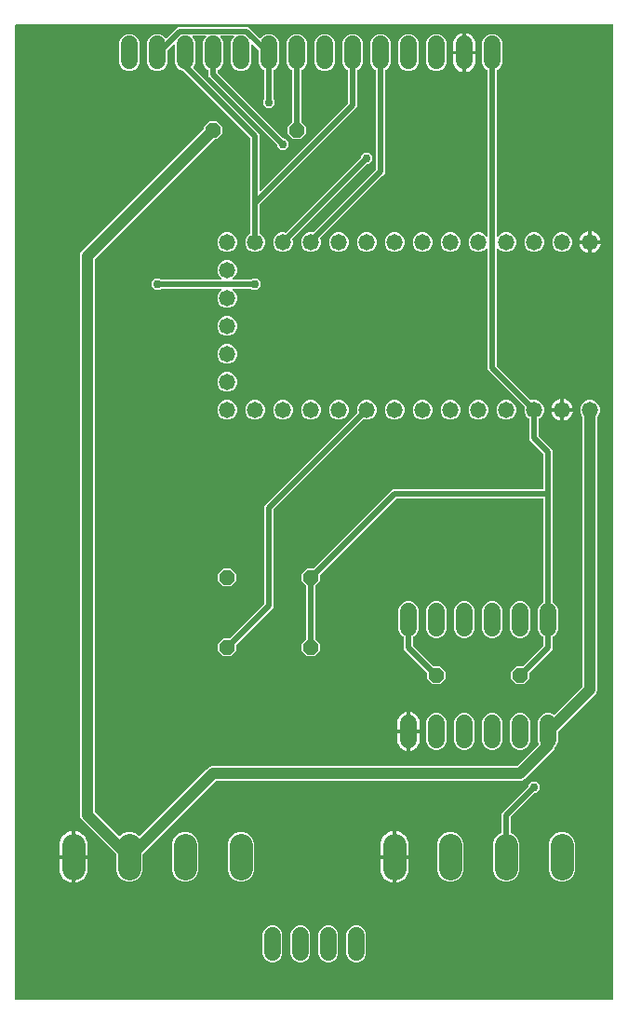
<source format=gbr>
G04 EAGLE Gerber RS-274X export*
G75*
%MOMM*%
%FSLAX34Y34*%
%LPD*%
%INBottom Copper*%
%IPPOS*%
%AMOC8*
5,1,8,0,0,1.08239X$1,22.5*%
G01*
%ADD10C,1.524000*%
%ADD11P,1.429621X8X22.500000*%
%ADD12P,1.429621X8X202.500000*%
%ADD13C,2.095500*%
%ADD14C,1.473200*%
%ADD15C,0.508000*%
%ADD16C,0.756400*%
%ADD17C,1.016000*%

G36*
X553994Y10164D02*
X553994Y10164D01*
X554013Y10162D01*
X554115Y10184D01*
X554217Y10200D01*
X554234Y10210D01*
X554254Y10214D01*
X554343Y10267D01*
X554434Y10316D01*
X554448Y10330D01*
X554465Y10340D01*
X554532Y10419D01*
X554604Y10494D01*
X554612Y10512D01*
X554625Y10527D01*
X554664Y10623D01*
X554707Y10717D01*
X554709Y10737D01*
X554717Y10755D01*
X554735Y10922D01*
X554735Y895350D01*
X554732Y895370D01*
X554734Y895389D01*
X554712Y895491D01*
X554696Y895593D01*
X554686Y895610D01*
X554682Y895630D01*
X554629Y895719D01*
X554580Y895810D01*
X554566Y895824D01*
X554556Y895841D01*
X554477Y895908D01*
X554402Y895980D01*
X554384Y895988D01*
X554369Y896001D01*
X554273Y896040D01*
X554179Y896083D01*
X554159Y896085D01*
X554141Y896093D01*
X553974Y896111D01*
X10922Y896111D01*
X10902Y896108D01*
X10883Y896110D01*
X10781Y896088D01*
X10679Y896072D01*
X10662Y896062D01*
X10642Y896058D01*
X10553Y896005D01*
X10462Y895956D01*
X10448Y895942D01*
X10431Y895932D01*
X10364Y895853D01*
X10292Y895778D01*
X10284Y895760D01*
X10271Y895745D01*
X10232Y895649D01*
X10189Y895555D01*
X10187Y895535D01*
X10179Y895517D01*
X10161Y895350D01*
X10161Y10922D01*
X10164Y10902D01*
X10162Y10883D01*
X10184Y10781D01*
X10200Y10679D01*
X10210Y10662D01*
X10214Y10642D01*
X10267Y10553D01*
X10316Y10462D01*
X10330Y10448D01*
X10340Y10431D01*
X10419Y10364D01*
X10494Y10292D01*
X10512Y10284D01*
X10527Y10271D01*
X10623Y10232D01*
X10717Y10189D01*
X10737Y10187D01*
X10755Y10179D01*
X10922Y10161D01*
X553974Y10161D01*
X553994Y10164D01*
G37*
%LPC*%
G36*
X111913Y117220D02*
X111913Y117220D01*
X107501Y119048D01*
X104125Y122424D01*
X102298Y126835D01*
X102298Y142046D01*
X102283Y142136D01*
X102276Y142227D01*
X102263Y142257D01*
X102258Y142289D01*
X102215Y142370D01*
X102180Y142454D01*
X102154Y142486D01*
X102143Y142507D01*
X102120Y142529D01*
X102075Y142585D01*
X70601Y174059D01*
X69595Y176486D01*
X69595Y687114D01*
X70601Y689541D01*
X182148Y801089D01*
X182201Y801163D01*
X182261Y801232D01*
X182273Y801262D01*
X182292Y801289D01*
X182319Y801376D01*
X182353Y801460D01*
X182357Y801501D01*
X182364Y801524D01*
X182363Y801556D01*
X182371Y801627D01*
X182371Y803467D01*
X187133Y808229D01*
X193867Y808229D01*
X198629Y803467D01*
X198629Y796733D01*
X193867Y791971D01*
X192027Y791971D01*
X191937Y791957D01*
X191846Y791949D01*
X191816Y791937D01*
X191784Y791932D01*
X191704Y791889D01*
X191620Y791853D01*
X191588Y791827D01*
X191567Y791816D01*
X191561Y791810D01*
X191560Y791810D01*
X191543Y791792D01*
X191489Y791748D01*
X83028Y683287D01*
X82975Y683213D01*
X82915Y683144D01*
X82903Y683114D01*
X82884Y683087D01*
X82857Y683000D01*
X82823Y682916D01*
X82819Y682875D01*
X82812Y682852D01*
X82813Y682820D01*
X82805Y682749D01*
X82805Y180851D01*
X82819Y180761D01*
X82827Y180670D01*
X82839Y180640D01*
X82844Y180608D01*
X82887Y180528D01*
X82923Y180444D01*
X82949Y180412D01*
X82960Y180391D01*
X82983Y180369D01*
X83028Y180313D01*
X104706Y158634D01*
X104723Y158623D01*
X104735Y158607D01*
X104822Y158551D01*
X104906Y158491D01*
X104925Y158485D01*
X104942Y158474D01*
X105042Y158449D01*
X105141Y158418D01*
X105161Y158419D01*
X105180Y158414D01*
X105283Y158422D01*
X105387Y158425D01*
X105406Y158431D01*
X105426Y158433D01*
X105521Y158473D01*
X105618Y158509D01*
X105634Y158522D01*
X105652Y158529D01*
X105783Y158634D01*
X107501Y160352D01*
X111913Y162180D01*
X116687Y162180D01*
X121099Y160352D01*
X122817Y158634D01*
X122833Y158623D01*
X122846Y158607D01*
X122933Y158551D01*
X123017Y158491D01*
X123036Y158485D01*
X123053Y158474D01*
X123153Y158449D01*
X123252Y158418D01*
X123272Y158419D01*
X123291Y158414D01*
X123394Y158422D01*
X123498Y158425D01*
X123517Y158431D01*
X123536Y158433D01*
X123631Y158473D01*
X123729Y158509D01*
X123744Y158522D01*
X123763Y158529D01*
X123894Y158634D01*
X184794Y219534D01*
X186759Y221499D01*
X189186Y222505D01*
X466849Y222505D01*
X466939Y222519D01*
X467030Y222527D01*
X467060Y222539D01*
X467092Y222544D01*
X467172Y222587D01*
X467256Y222623D01*
X467288Y222649D01*
X467309Y222660D01*
X467331Y222683D01*
X467387Y222728D01*
X486693Y242034D01*
X486761Y242128D01*
X486831Y242223D01*
X486833Y242229D01*
X486837Y242234D01*
X486871Y242344D01*
X486908Y242456D01*
X486907Y242463D01*
X486909Y242469D01*
X486906Y242585D01*
X486905Y242702D01*
X486903Y242710D01*
X486903Y242715D01*
X486897Y242732D01*
X486858Y242863D01*
X486155Y244561D01*
X486155Y263439D01*
X487547Y266800D01*
X490120Y269373D01*
X493481Y270765D01*
X497119Y270765D01*
X500613Y269318D01*
X500726Y269291D01*
X500840Y269262D01*
X500846Y269263D01*
X500852Y269261D01*
X500969Y269272D01*
X501085Y269282D01*
X501091Y269284D01*
X501097Y269285D01*
X501204Y269332D01*
X501311Y269378D01*
X501317Y269383D01*
X501322Y269385D01*
X501335Y269397D01*
X501442Y269483D01*
X526572Y294613D01*
X526625Y294687D01*
X526685Y294756D01*
X526697Y294786D01*
X526716Y294813D01*
X526743Y294900D01*
X526777Y294984D01*
X526781Y295025D01*
X526788Y295048D01*
X526787Y295080D01*
X526795Y295151D01*
X526795Y539816D01*
X526781Y539906D01*
X526773Y539997D01*
X526761Y540027D01*
X526756Y540059D01*
X526713Y540139D01*
X526677Y540223D01*
X526651Y540255D01*
X526640Y540276D01*
X526617Y540298D01*
X526572Y540354D01*
X525863Y541064D01*
X524509Y544332D01*
X524509Y547868D01*
X525863Y551136D01*
X528364Y553637D01*
X531632Y554991D01*
X535168Y554991D01*
X538436Y553637D01*
X540937Y551136D01*
X542291Y547868D01*
X542291Y544332D01*
X540937Y541064D01*
X540228Y540354D01*
X540175Y540280D01*
X540115Y540211D01*
X540103Y540181D01*
X540084Y540155D01*
X540057Y540068D01*
X540023Y539983D01*
X540019Y539942D01*
X540012Y539919D01*
X540013Y539887D01*
X540005Y539816D01*
X540005Y290786D01*
X538999Y288359D01*
X504668Y254027D01*
X504615Y253953D01*
X504555Y253884D01*
X504543Y253854D01*
X504524Y253827D01*
X504497Y253740D01*
X504463Y253656D01*
X504459Y253615D01*
X504452Y253592D01*
X504453Y253560D01*
X504445Y253489D01*
X504445Y244561D01*
X503053Y241200D01*
X502058Y240206D01*
X502020Y240153D01*
X501974Y240106D01*
X501934Y240033D01*
X501915Y240006D01*
X501909Y239988D01*
X501893Y239959D01*
X500899Y237559D01*
X473641Y210301D01*
X471214Y209295D01*
X193551Y209295D01*
X193461Y209281D01*
X193370Y209273D01*
X193340Y209261D01*
X193308Y209256D01*
X193228Y209213D01*
X193144Y209177D01*
X193112Y209151D01*
X193091Y209140D01*
X193069Y209117D01*
X193013Y209072D01*
X126525Y142585D01*
X126472Y142511D01*
X126413Y142441D01*
X126400Y142411D01*
X126382Y142385D01*
X126355Y142298D01*
X126321Y142213D01*
X126316Y142172D01*
X126309Y142150D01*
X126310Y142118D01*
X126302Y142046D01*
X126302Y126835D01*
X124475Y122424D01*
X121099Y119048D01*
X116687Y117220D01*
X111913Y117220D01*
G37*
%LPD*%
%LPC*%
G36*
X466533Y296671D02*
X466533Y296671D01*
X461771Y301433D01*
X461771Y308167D01*
X466533Y312929D01*
X471965Y312929D01*
X472055Y312943D01*
X472146Y312951D01*
X472176Y312963D01*
X472208Y312968D01*
X472288Y313011D01*
X472372Y313047D01*
X472404Y313073D01*
X472425Y313084D01*
X472447Y313107D01*
X472503Y313152D01*
X491012Y331661D01*
X491059Y331725D01*
X491074Y331741D01*
X491077Y331749D01*
X491125Y331804D01*
X491137Y331834D01*
X491156Y331860D01*
X491183Y331947D01*
X491217Y332032D01*
X491221Y332073D01*
X491228Y332096D01*
X491227Y332128D01*
X491235Y332199D01*
X491235Y339257D01*
X491216Y339372D01*
X491199Y339488D01*
X491197Y339493D01*
X491196Y339500D01*
X491141Y339602D01*
X491088Y339707D01*
X491083Y339711D01*
X491080Y339717D01*
X490996Y339797D01*
X490912Y339879D01*
X490906Y339883D01*
X490902Y339886D01*
X490885Y339894D01*
X490765Y339960D01*
X490120Y340227D01*
X487547Y342800D01*
X486155Y346161D01*
X486155Y365039D01*
X487547Y368400D01*
X490120Y370973D01*
X490765Y371240D01*
X490865Y371301D01*
X490965Y371361D01*
X490969Y371366D01*
X490974Y371369D01*
X491049Y371460D01*
X491125Y371548D01*
X491127Y371554D01*
X491131Y371559D01*
X491173Y371667D01*
X491217Y371776D01*
X491218Y371784D01*
X491219Y371789D01*
X491220Y371807D01*
X491235Y371943D01*
X491235Y465074D01*
X491232Y465094D01*
X491234Y465113D01*
X491212Y465215D01*
X491196Y465317D01*
X491186Y465334D01*
X491182Y465354D01*
X491129Y465443D01*
X491080Y465534D01*
X491066Y465548D01*
X491056Y465565D01*
X490977Y465632D01*
X490902Y465704D01*
X490884Y465712D01*
X490869Y465725D01*
X490773Y465764D01*
X490679Y465807D01*
X490659Y465809D01*
X490641Y465817D01*
X490474Y465835D01*
X357599Y465835D01*
X357509Y465821D01*
X357418Y465813D01*
X357388Y465801D01*
X357356Y465796D01*
X357276Y465753D01*
X357192Y465717D01*
X357160Y465691D01*
X357139Y465680D01*
X357117Y465657D01*
X357061Y465612D01*
X287752Y396303D01*
X287699Y396229D01*
X287639Y396160D01*
X287627Y396130D01*
X287608Y396104D01*
X287581Y396017D01*
X287547Y395932D01*
X287543Y395891D01*
X287536Y395869D01*
X287537Y395836D01*
X287529Y395765D01*
X287529Y390333D01*
X283688Y386492D01*
X283635Y386418D01*
X283575Y386349D01*
X283563Y386318D01*
X283544Y386292D01*
X283517Y386205D01*
X283483Y386120D01*
X283479Y386079D01*
X283472Y386057D01*
X283473Y386025D01*
X283465Y385954D01*
X283465Y337946D01*
X283479Y337856D01*
X283487Y337765D01*
X283499Y337736D01*
X283504Y337704D01*
X283547Y337623D01*
X283583Y337539D01*
X283609Y337507D01*
X283620Y337486D01*
X283643Y337464D01*
X283688Y337408D01*
X287529Y333567D01*
X287529Y326833D01*
X282767Y322071D01*
X276033Y322071D01*
X271271Y326833D01*
X271271Y333567D01*
X275112Y337408D01*
X275165Y337482D01*
X275225Y337551D01*
X275237Y337582D01*
X275256Y337608D01*
X275283Y337695D01*
X275317Y337780D01*
X275321Y337821D01*
X275328Y337843D01*
X275327Y337875D01*
X275335Y337946D01*
X275335Y385954D01*
X275321Y386044D01*
X275313Y386135D01*
X275301Y386164D01*
X275296Y386196D01*
X275253Y386277D01*
X275217Y386361D01*
X275191Y386393D01*
X275180Y386414D01*
X275157Y386436D01*
X275112Y386492D01*
X271271Y390333D01*
X271271Y397067D01*
X276033Y401829D01*
X281465Y401829D01*
X281555Y401843D01*
X281646Y401851D01*
X281676Y401863D01*
X281708Y401868D01*
X281788Y401911D01*
X281872Y401947D01*
X281904Y401973D01*
X281925Y401984D01*
X281947Y402007D01*
X282003Y402052D01*
X351312Y471361D01*
X353916Y473965D01*
X490474Y473965D01*
X490494Y473968D01*
X490513Y473966D01*
X490615Y473988D01*
X490717Y474004D01*
X490734Y474014D01*
X490754Y474018D01*
X490843Y474071D01*
X490934Y474120D01*
X490948Y474134D01*
X490965Y474144D01*
X491032Y474223D01*
X491104Y474298D01*
X491112Y474316D01*
X491125Y474331D01*
X491164Y474427D01*
X491207Y474521D01*
X491209Y474541D01*
X491217Y474559D01*
X491235Y474726D01*
X491235Y506001D01*
X491221Y506091D01*
X491213Y506182D01*
X491201Y506212D01*
X491196Y506244D01*
X491153Y506324D01*
X491117Y506408D01*
X491091Y506440D01*
X491080Y506461D01*
X491057Y506483D01*
X491012Y506539D01*
X478535Y519016D01*
X478535Y537652D01*
X478516Y537767D01*
X478499Y537883D01*
X478497Y537888D01*
X478496Y537895D01*
X478441Y537997D01*
X478388Y538102D01*
X478383Y538106D01*
X478380Y538112D01*
X478296Y538192D01*
X478212Y538274D01*
X478206Y538278D01*
X478202Y538281D01*
X478185Y538289D01*
X478065Y538355D01*
X477564Y538563D01*
X475063Y541064D01*
X473709Y544332D01*
X473709Y547868D01*
X473917Y548370D01*
X473944Y548484D01*
X473972Y548597D01*
X473972Y548603D01*
X473973Y548609D01*
X473962Y548725D01*
X473953Y548842D01*
X473951Y548848D01*
X473950Y548854D01*
X473902Y548962D01*
X473857Y549069D01*
X473852Y549074D01*
X473850Y549079D01*
X473837Y549093D01*
X473752Y549200D01*
X440435Y582516D01*
X440435Y692724D01*
X440424Y692795D01*
X440422Y692867D01*
X440404Y692915D01*
X440396Y692967D01*
X440362Y693030D01*
X440337Y693098D01*
X440305Y693138D01*
X440280Y693184D01*
X440228Y693234D01*
X440184Y693290D01*
X440140Y693318D01*
X440102Y693354D01*
X440037Y693384D01*
X439977Y693423D01*
X439926Y693435D01*
X439879Y693457D01*
X439808Y693465D01*
X439738Y693483D01*
X439686Y693479D01*
X439635Y693484D01*
X439564Y693469D01*
X439493Y693463D01*
X439445Y693443D01*
X439394Y693432D01*
X439333Y693395D01*
X439267Y693367D01*
X439211Y693322D01*
X439183Y693306D01*
X439168Y693288D01*
X439136Y693262D01*
X436836Y690963D01*
X433568Y689609D01*
X430032Y689609D01*
X426764Y690963D01*
X424263Y693464D01*
X422909Y696732D01*
X422909Y700268D01*
X424263Y703536D01*
X426764Y706037D01*
X430032Y707391D01*
X433568Y707391D01*
X436836Y706037D01*
X439136Y703738D01*
X439194Y703696D01*
X439246Y703646D01*
X439293Y703624D01*
X439335Y703594D01*
X439404Y703573D01*
X439469Y703543D01*
X439521Y703537D01*
X439571Y703522D01*
X439642Y703524D01*
X439713Y703516D01*
X439764Y703527D01*
X439816Y703528D01*
X439884Y703553D01*
X439954Y703568D01*
X439999Y703595D01*
X440047Y703613D01*
X440103Y703657D01*
X440165Y703694D01*
X440199Y703734D01*
X440239Y703766D01*
X440278Y703827D01*
X440325Y703881D01*
X440344Y703929D01*
X440372Y703973D01*
X440390Y704043D01*
X440417Y704109D01*
X440425Y704181D01*
X440433Y704212D01*
X440431Y704235D01*
X440435Y704276D01*
X440435Y854369D01*
X440416Y854484D01*
X440399Y854600D01*
X440397Y854605D01*
X440396Y854612D01*
X440341Y854714D01*
X440288Y854819D01*
X440283Y854823D01*
X440280Y854829D01*
X440196Y854909D01*
X440112Y854991D01*
X440106Y854995D01*
X440102Y854998D01*
X440085Y855006D01*
X439965Y855072D01*
X439320Y855339D01*
X436747Y857912D01*
X435355Y861273D01*
X435355Y880151D01*
X436747Y883512D01*
X439320Y886085D01*
X442681Y887477D01*
X446319Y887477D01*
X449680Y886085D01*
X452253Y883512D01*
X453645Y880151D01*
X453645Y861273D01*
X452253Y857912D01*
X449680Y855339D01*
X449035Y855072D01*
X448935Y855011D01*
X448835Y854951D01*
X448831Y854946D01*
X448826Y854943D01*
X448751Y854852D01*
X448675Y854764D01*
X448673Y854758D01*
X448669Y854753D01*
X448627Y854645D01*
X448583Y854536D01*
X448582Y854528D01*
X448581Y854523D01*
X448580Y854505D01*
X448565Y854369D01*
X448565Y704276D01*
X448576Y704205D01*
X448578Y704133D01*
X448596Y704085D01*
X448604Y704033D01*
X448638Y703970D01*
X448663Y703902D01*
X448695Y703862D01*
X448720Y703816D01*
X448772Y703766D01*
X448816Y703710D01*
X448860Y703682D01*
X448898Y703646D01*
X448963Y703616D01*
X449023Y703577D01*
X449074Y703565D01*
X449121Y703543D01*
X449192Y703535D01*
X449262Y703517D01*
X449314Y703521D01*
X449365Y703516D01*
X449436Y703531D01*
X449507Y703537D01*
X449555Y703557D01*
X449606Y703568D01*
X449667Y703605D01*
X449733Y703633D01*
X449789Y703678D01*
X449817Y703694D01*
X449832Y703712D01*
X449864Y703738D01*
X452164Y706037D01*
X455432Y707391D01*
X458968Y707391D01*
X462236Y706037D01*
X464737Y703536D01*
X466091Y700268D01*
X466091Y696732D01*
X464737Y693464D01*
X462236Y690963D01*
X458968Y689609D01*
X455432Y689609D01*
X452164Y690963D01*
X449864Y693262D01*
X449806Y693304D01*
X449754Y693354D01*
X449707Y693376D01*
X449665Y693406D01*
X449596Y693427D01*
X449531Y693457D01*
X449479Y693463D01*
X449429Y693478D01*
X449358Y693476D01*
X449287Y693484D01*
X449236Y693473D01*
X449184Y693472D01*
X449116Y693447D01*
X449046Y693432D01*
X449001Y693405D01*
X448953Y693387D01*
X448897Y693343D01*
X448835Y693306D01*
X448801Y693266D01*
X448761Y693234D01*
X448722Y693173D01*
X448675Y693119D01*
X448656Y693071D01*
X448628Y693027D01*
X448610Y692957D01*
X448583Y692891D01*
X448575Y692819D01*
X448567Y692788D01*
X448569Y692765D01*
X448565Y692724D01*
X448565Y586199D01*
X448579Y586109D01*
X448587Y586018D01*
X448599Y585988D01*
X448604Y585956D01*
X448647Y585876D01*
X448683Y585792D01*
X448709Y585760D01*
X448720Y585739D01*
X448743Y585717D01*
X448788Y585661D01*
X479500Y554948D01*
X479595Y554880D01*
X479689Y554810D01*
X479695Y554808D01*
X479700Y554804D01*
X479811Y554770D01*
X479923Y554734D01*
X479929Y554734D01*
X479935Y554732D01*
X480052Y554735D01*
X480169Y554736D01*
X480176Y554738D01*
X480181Y554738D01*
X480199Y554745D01*
X480330Y554783D01*
X480832Y554991D01*
X484368Y554991D01*
X487636Y553637D01*
X490137Y551136D01*
X491491Y547868D01*
X491491Y544332D01*
X490137Y541064D01*
X487636Y538563D01*
X487135Y538355D01*
X487035Y538294D01*
X486935Y538234D01*
X486931Y538229D01*
X486926Y538225D01*
X486851Y538135D01*
X486775Y538047D01*
X486773Y538041D01*
X486769Y538036D01*
X486727Y537928D01*
X486683Y537818D01*
X486682Y537811D01*
X486681Y537806D01*
X486680Y537788D01*
X486665Y537652D01*
X486665Y522699D01*
X486679Y522609D01*
X486687Y522518D01*
X486699Y522488D01*
X486704Y522456D01*
X486747Y522376D01*
X486783Y522292D01*
X486809Y522260D01*
X486820Y522239D01*
X486843Y522217D01*
X486888Y522161D01*
X496761Y512288D01*
X499365Y509684D01*
X499365Y371943D01*
X499384Y371828D01*
X499401Y371712D01*
X499403Y371707D01*
X499404Y371700D01*
X499459Y371598D01*
X499512Y371493D01*
X499517Y371489D01*
X499520Y371483D01*
X499604Y371403D01*
X499688Y371321D01*
X499694Y371317D01*
X499698Y371314D01*
X499715Y371306D01*
X499835Y371240D01*
X500480Y370973D01*
X503053Y368400D01*
X504445Y365039D01*
X504445Y346161D01*
X503053Y342800D01*
X500480Y340227D01*
X499835Y339960D01*
X499735Y339899D01*
X499635Y339839D01*
X499631Y339834D01*
X499626Y339831D01*
X499551Y339740D01*
X499475Y339652D01*
X499473Y339646D01*
X499469Y339641D01*
X499427Y339533D01*
X499383Y339424D01*
X499382Y339416D01*
X499381Y339411D01*
X499380Y339393D01*
X499365Y339257D01*
X499365Y328516D01*
X478252Y307403D01*
X478199Y307329D01*
X478139Y307260D01*
X478127Y307230D01*
X478108Y307204D01*
X478081Y307117D01*
X478047Y307032D01*
X478043Y306991D01*
X478036Y306969D01*
X478037Y306936D01*
X478029Y306865D01*
X478029Y301433D01*
X473267Y296671D01*
X466533Y296671D01*
G37*
%LPD*%
%LPC*%
G36*
X226832Y689609D02*
X226832Y689609D01*
X223564Y690963D01*
X221063Y693464D01*
X219709Y696732D01*
X219709Y700268D01*
X221063Y703536D01*
X223564Y706037D01*
X224065Y706245D01*
X224165Y706306D01*
X224265Y706366D01*
X224269Y706371D01*
X224274Y706375D01*
X224349Y706465D01*
X224425Y706553D01*
X224427Y706559D01*
X224431Y706564D01*
X224473Y706672D01*
X224517Y706782D01*
X224518Y706789D01*
X224519Y706794D01*
X224520Y706812D01*
X224535Y706948D01*
X224535Y792513D01*
X224521Y792603D01*
X224513Y792694D01*
X224501Y792724D01*
X224496Y792756D01*
X224453Y792836D01*
X224417Y792920D01*
X224391Y792952D01*
X224380Y792973D01*
X224357Y792995D01*
X224312Y793051D01*
X163640Y853724D01*
X163620Y853744D01*
X163566Y853783D01*
X163519Y853829D01*
X163447Y853869D01*
X163420Y853888D01*
X163401Y853894D01*
X163372Y853910D01*
X159920Y855339D01*
X157347Y857912D01*
X155955Y861273D01*
X155955Y878125D01*
X155944Y878195D01*
X155942Y878267D01*
X155924Y878316D01*
X155916Y878368D01*
X155882Y878431D01*
X155857Y878498D01*
X155825Y878539D01*
X155800Y878585D01*
X155748Y878634D01*
X155704Y878690D01*
X155660Y878718D01*
X155622Y878754D01*
X155557Y878784D01*
X155497Y878823D01*
X155446Y878836D01*
X155399Y878858D01*
X155328Y878866D01*
X155258Y878883D01*
X155206Y878879D01*
X155155Y878885D01*
X155084Y878870D01*
X155013Y878864D01*
X154965Y878844D01*
X154914Y878833D01*
X154853Y878796D01*
X154787Y878768D01*
X154731Y878723D01*
X154703Y878707D01*
X154688Y878689D01*
X154656Y878663D01*
X149068Y873075D01*
X149015Y873001D01*
X148955Y872932D01*
X148943Y872901D01*
X148924Y872875D01*
X148897Y872788D01*
X148863Y872703D01*
X148859Y872662D01*
X148852Y872640D01*
X148853Y872608D01*
X148845Y872537D01*
X148845Y861273D01*
X147453Y857912D01*
X144880Y855339D01*
X141519Y853947D01*
X137881Y853947D01*
X134520Y855339D01*
X131947Y857912D01*
X130555Y861273D01*
X130555Y880151D01*
X131947Y883512D01*
X134520Y886085D01*
X137881Y887477D01*
X141519Y887477D01*
X144880Y886085D01*
X147192Y883773D01*
X147208Y883761D01*
X147221Y883745D01*
X147308Y883689D01*
X147392Y883629D01*
X147411Y883623D01*
X147428Y883612D01*
X147528Y883587D01*
X147627Y883557D01*
X147647Y883557D01*
X147666Y883552D01*
X147769Y883560D01*
X147873Y883563D01*
X147891Y883570D01*
X147911Y883571D01*
X148006Y883612D01*
X148104Y883648D01*
X148119Y883660D01*
X148138Y883668D01*
X148269Y883773D01*
X155973Y891477D01*
X158577Y894081D01*
X222423Y894081D01*
X225027Y891477D01*
X232731Y883773D01*
X232748Y883761D01*
X232760Y883745D01*
X232847Y883689D01*
X232931Y883629D01*
X232950Y883623D01*
X232967Y883612D01*
X233067Y883587D01*
X233166Y883557D01*
X233186Y883557D01*
X233206Y883552D01*
X233308Y883560D01*
X233412Y883563D01*
X233431Y883570D01*
X233451Y883571D01*
X233546Y883612D01*
X233643Y883648D01*
X233659Y883660D01*
X233677Y883668D01*
X233808Y883773D01*
X236120Y886085D01*
X239481Y887477D01*
X243119Y887477D01*
X246480Y886085D01*
X249053Y883512D01*
X250445Y880151D01*
X250445Y861273D01*
X249053Y857912D01*
X246480Y855339D01*
X245835Y855072D01*
X245735Y855011D01*
X245635Y854951D01*
X245631Y854946D01*
X245626Y854943D01*
X245551Y854852D01*
X245475Y854764D01*
X245473Y854758D01*
X245469Y854753D01*
X245427Y854645D01*
X245383Y854536D01*
X245382Y854528D01*
X245381Y854523D01*
X245380Y854505D01*
X245365Y854369D01*
X245365Y829255D01*
X245367Y829240D01*
X245366Y829226D01*
X245380Y829162D01*
X245387Y829074D01*
X245399Y829045D01*
X245404Y829013D01*
X245418Y828988D01*
X245418Y828986D01*
X245424Y828976D01*
X245447Y828932D01*
X245483Y828848D01*
X245509Y828816D01*
X245520Y828795D01*
X245543Y828773D01*
X245588Y828717D01*
X246607Y827698D01*
X246607Y823302D01*
X243498Y820193D01*
X239102Y820193D01*
X235993Y823302D01*
X235993Y827698D01*
X237012Y828717D01*
X237065Y828791D01*
X237125Y828861D01*
X237137Y828891D01*
X237156Y828917D01*
X237183Y829004D01*
X237195Y829034D01*
X237207Y829061D01*
X237208Y829066D01*
X237217Y829089D01*
X237221Y829130D01*
X237228Y829152D01*
X237227Y829184D01*
X237235Y829255D01*
X237235Y854369D01*
X237216Y854484D01*
X237199Y854600D01*
X237197Y854605D01*
X237196Y854612D01*
X237141Y854714D01*
X237088Y854819D01*
X237083Y854823D01*
X237080Y854829D01*
X236996Y854909D01*
X236912Y854991D01*
X236906Y854995D01*
X236902Y854998D01*
X236885Y855006D01*
X236765Y855072D01*
X236120Y855339D01*
X233547Y857912D01*
X232155Y861273D01*
X232155Y872537D01*
X232141Y872627D01*
X232133Y872718D01*
X232121Y872747D01*
X232116Y872779D01*
X232073Y872860D01*
X232037Y872944D01*
X232011Y872976D01*
X232000Y872997D01*
X231977Y873019D01*
X231932Y873075D01*
X226344Y878663D01*
X226286Y878705D01*
X226234Y878754D01*
X226187Y878776D01*
X226145Y878807D01*
X226076Y878828D01*
X226011Y878858D01*
X225959Y878864D01*
X225909Y878879D01*
X225838Y878877D01*
X225767Y878885D01*
X225716Y878874D01*
X225664Y878873D01*
X225596Y878848D01*
X225526Y878833D01*
X225481Y878806D01*
X225433Y878788D01*
X225377Y878743D01*
X225315Y878707D01*
X225281Y878667D01*
X225241Y878634D01*
X225202Y878574D01*
X225155Y878520D01*
X225136Y878471D01*
X225108Y878428D01*
X225090Y878358D01*
X225063Y878291D01*
X225055Y878220D01*
X225047Y878189D01*
X225049Y878166D01*
X225045Y878125D01*
X225045Y861273D01*
X223653Y857912D01*
X221080Y855339D01*
X217719Y853947D01*
X214081Y853947D01*
X210720Y855339D01*
X208147Y857912D01*
X206755Y861273D01*
X206755Y880151D01*
X208147Y883512D01*
X209287Y884652D01*
X209329Y884710D01*
X209378Y884762D01*
X209400Y884809D01*
X209431Y884851D01*
X209452Y884920D01*
X209482Y884985D01*
X209488Y885037D01*
X209503Y885087D01*
X209501Y885158D01*
X209509Y885229D01*
X209498Y885280D01*
X209497Y885332D01*
X209472Y885400D01*
X209457Y885470D01*
X209430Y885515D01*
X209412Y885563D01*
X209367Y885619D01*
X209331Y885681D01*
X209291Y885715D01*
X209259Y885755D01*
X209198Y885794D01*
X209144Y885841D01*
X209095Y885860D01*
X209052Y885888D01*
X208982Y885906D01*
X208916Y885933D01*
X208844Y885941D01*
X208813Y885949D01*
X208790Y885947D01*
X208749Y885951D01*
X197651Y885951D01*
X197580Y885940D01*
X197509Y885938D01*
X197460Y885920D01*
X197408Y885912D01*
X197345Y885878D01*
X197278Y885853D01*
X197237Y885821D01*
X197191Y885796D01*
X197142Y885744D01*
X197086Y885700D01*
X197057Y885656D01*
X197022Y885618D01*
X196991Y885553D01*
X196953Y885493D01*
X196940Y885442D01*
X196918Y885395D01*
X196910Y885324D01*
X196893Y885254D01*
X196897Y885202D01*
X196891Y885151D01*
X196906Y885080D01*
X196912Y885009D01*
X196932Y884961D01*
X196943Y884910D01*
X196980Y884849D01*
X197008Y884783D01*
X197053Y884727D01*
X197069Y884699D01*
X197087Y884684D01*
X197113Y884652D01*
X198253Y883512D01*
X199645Y880151D01*
X199645Y861273D01*
X198253Y857912D01*
X195680Y855339D01*
X195035Y855072D01*
X194935Y855011D01*
X194835Y854951D01*
X194831Y854946D01*
X194826Y854943D01*
X194751Y854852D01*
X194675Y854764D01*
X194673Y854758D01*
X194669Y854753D01*
X194627Y854645D01*
X194583Y854536D01*
X194582Y854528D01*
X194581Y854523D01*
X194580Y854505D01*
X194565Y854369D01*
X194565Y852899D01*
X194579Y852809D01*
X194587Y852718D01*
X194599Y852688D01*
X194604Y852656D01*
X194647Y852576D01*
X194683Y852492D01*
X194709Y852460D01*
X194720Y852439D01*
X194743Y852417D01*
X194788Y852361D01*
X254219Y792930D01*
X254293Y792877D01*
X254362Y792817D01*
X254392Y792805D01*
X254418Y792786D01*
X254505Y792759D01*
X254590Y792725D01*
X254631Y792721D01*
X254654Y792714D01*
X254686Y792715D01*
X254757Y792707D01*
X256198Y792707D01*
X259307Y789598D01*
X259307Y785202D01*
X256198Y782093D01*
X251802Y782093D01*
X248693Y785202D01*
X248693Y786643D01*
X248691Y786660D01*
X248692Y786675D01*
X248678Y786741D01*
X248671Y786824D01*
X248659Y786854D01*
X248654Y786886D01*
X248642Y786908D01*
X248640Y786916D01*
X248620Y786948D01*
X248611Y786966D01*
X248575Y787050D01*
X248549Y787082D01*
X248538Y787103D01*
X248515Y787125D01*
X248470Y787181D01*
X186435Y849216D01*
X186435Y854369D01*
X186416Y854484D01*
X186399Y854600D01*
X186397Y854605D01*
X186396Y854612D01*
X186341Y854714D01*
X186288Y854819D01*
X186283Y854823D01*
X186280Y854829D01*
X186196Y854909D01*
X186112Y854991D01*
X186106Y854995D01*
X186102Y854998D01*
X186085Y855006D01*
X185965Y855072D01*
X185320Y855339D01*
X182747Y857912D01*
X181355Y861273D01*
X181355Y880151D01*
X182747Y883512D01*
X183887Y884652D01*
X183929Y884710D01*
X183978Y884762D01*
X184000Y884809D01*
X184031Y884851D01*
X184052Y884920D01*
X184082Y884985D01*
X184088Y885037D01*
X184103Y885087D01*
X184101Y885158D01*
X184109Y885229D01*
X184098Y885280D01*
X184097Y885332D01*
X184072Y885400D01*
X184057Y885470D01*
X184030Y885515D01*
X184012Y885563D01*
X183967Y885619D01*
X183931Y885681D01*
X183891Y885715D01*
X183859Y885755D01*
X183798Y885794D01*
X183744Y885841D01*
X183695Y885860D01*
X183652Y885888D01*
X183582Y885906D01*
X183516Y885933D01*
X183444Y885941D01*
X183413Y885949D01*
X183390Y885947D01*
X183349Y885951D01*
X172251Y885951D01*
X172180Y885940D01*
X172109Y885938D01*
X172060Y885920D01*
X172008Y885912D01*
X171945Y885878D01*
X171878Y885853D01*
X171837Y885821D01*
X171791Y885796D01*
X171742Y885744D01*
X171686Y885700D01*
X171657Y885656D01*
X171622Y885618D01*
X171591Y885553D01*
X171553Y885493D01*
X171540Y885442D01*
X171518Y885395D01*
X171510Y885324D01*
X171493Y885254D01*
X171497Y885202D01*
X171491Y885151D01*
X171506Y885080D01*
X171512Y885009D01*
X171532Y884961D01*
X171543Y884910D01*
X171580Y884849D01*
X171608Y884783D01*
X171653Y884727D01*
X171669Y884699D01*
X171687Y884684D01*
X171713Y884652D01*
X172853Y883512D01*
X174245Y880151D01*
X174245Y861273D01*
X172853Y857912D01*
X172439Y857498D01*
X172427Y857482D01*
X172412Y857470D01*
X172356Y857382D01*
X172295Y857298D01*
X172289Y857279D01*
X172279Y857263D01*
X172253Y857162D01*
X172223Y857063D01*
X172223Y857043D01*
X172219Y857024D01*
X172227Y856921D01*
X172229Y856817D01*
X172236Y856799D01*
X172238Y856779D01*
X172278Y856684D01*
X172314Y856586D01*
X172326Y856571D01*
X172334Y856553D01*
X172439Y856422D01*
X230061Y798800D01*
X232665Y796196D01*
X232665Y745864D01*
X232676Y745793D01*
X232678Y745722D01*
X232696Y745673D01*
X232704Y745621D01*
X232738Y745558D01*
X232763Y745491D01*
X232795Y745450D01*
X232820Y745404D01*
X232872Y745355D01*
X232916Y745299D01*
X232960Y745270D01*
X232998Y745235D01*
X233063Y745204D01*
X233123Y745166D01*
X233174Y745153D01*
X233221Y745131D01*
X233292Y745123D01*
X233362Y745106D01*
X233414Y745110D01*
X233465Y745104D01*
X233536Y745119D01*
X233607Y745125D01*
X233655Y745145D01*
X233706Y745156D01*
X233767Y745193D01*
X233833Y745221D01*
X233889Y745266D01*
X233917Y745282D01*
X233932Y745300D01*
X233964Y745326D01*
X313212Y824574D01*
X313265Y824648D01*
X313325Y824717D01*
X313337Y824747D01*
X313356Y824774D01*
X313383Y824861D01*
X313417Y824945D01*
X313421Y824986D01*
X313428Y825009D01*
X313427Y825041D01*
X313435Y825112D01*
X313435Y854369D01*
X313416Y854484D01*
X313399Y854600D01*
X313397Y854605D01*
X313396Y854612D01*
X313341Y854714D01*
X313288Y854819D01*
X313283Y854823D01*
X313280Y854829D01*
X313196Y854909D01*
X313112Y854991D01*
X313106Y854995D01*
X313102Y854998D01*
X313085Y855006D01*
X312965Y855072D01*
X312320Y855339D01*
X309747Y857912D01*
X308355Y861273D01*
X308355Y880151D01*
X309747Y883512D01*
X312320Y886085D01*
X315681Y887477D01*
X319319Y887477D01*
X322680Y886085D01*
X325253Y883512D01*
X326645Y880151D01*
X326645Y861273D01*
X325253Y857912D01*
X322680Y855339D01*
X322035Y855072D01*
X321935Y855011D01*
X321835Y854951D01*
X321831Y854946D01*
X321826Y854943D01*
X321751Y854852D01*
X321675Y854764D01*
X321673Y854758D01*
X321669Y854753D01*
X321627Y854645D01*
X321583Y854536D01*
X321582Y854528D01*
X321581Y854523D01*
X321580Y854505D01*
X321565Y854369D01*
X321565Y821429D01*
X232888Y732752D01*
X232835Y732678D01*
X232775Y732609D01*
X232763Y732579D01*
X232744Y732553D01*
X232717Y732466D01*
X232683Y732381D01*
X232679Y732340D01*
X232672Y732318D01*
X232673Y732285D01*
X232665Y732214D01*
X232665Y706948D01*
X232684Y706833D01*
X232701Y706717D01*
X232703Y706712D01*
X232704Y706705D01*
X232759Y706603D01*
X232812Y706498D01*
X232817Y706494D01*
X232820Y706488D01*
X232904Y706408D01*
X232988Y706326D01*
X232994Y706322D01*
X232998Y706319D01*
X233015Y706311D01*
X233135Y706245D01*
X233636Y706037D01*
X236137Y703536D01*
X237491Y700268D01*
X237491Y696732D01*
X236137Y693464D01*
X233636Y690963D01*
X230368Y689609D01*
X226832Y689609D01*
G37*
%LPD*%
%LPC*%
G36*
X199833Y322071D02*
X199833Y322071D01*
X195071Y326833D01*
X195071Y333567D01*
X199833Y338329D01*
X205265Y338329D01*
X205355Y338343D01*
X205446Y338351D01*
X205476Y338363D01*
X205508Y338368D01*
X205588Y338411D01*
X205672Y338447D01*
X205704Y338473D01*
X205725Y338484D01*
X205747Y338507D01*
X205803Y338552D01*
X237012Y369761D01*
X237065Y369835D01*
X237125Y369904D01*
X237137Y369934D01*
X237156Y369960D01*
X237183Y370047D01*
X237217Y370132D01*
X237221Y370173D01*
X237228Y370196D01*
X237227Y370228D01*
X237235Y370299D01*
X237235Y458884D01*
X321352Y543000D01*
X321419Y543094D01*
X321490Y543189D01*
X321492Y543195D01*
X321496Y543200D01*
X321530Y543311D01*
X321566Y543423D01*
X321566Y543429D01*
X321568Y543435D01*
X321565Y543551D01*
X321564Y543669D01*
X321562Y543676D01*
X321562Y543681D01*
X321555Y543699D01*
X321517Y543830D01*
X321309Y544331D01*
X321309Y547868D01*
X322663Y551136D01*
X325164Y553637D01*
X328432Y554991D01*
X331968Y554991D01*
X335236Y553637D01*
X337737Y551136D01*
X339091Y547868D01*
X339091Y544332D01*
X337737Y541064D01*
X335236Y538563D01*
X331968Y537209D01*
X328431Y537209D01*
X327930Y537417D01*
X327817Y537444D01*
X327703Y537472D01*
X327697Y537472D01*
X327691Y537473D01*
X327574Y537462D01*
X327458Y537453D01*
X327452Y537451D01*
X327446Y537450D01*
X327338Y537402D01*
X327231Y537357D01*
X327226Y537352D01*
X327221Y537350D01*
X327207Y537337D01*
X327100Y537252D01*
X245588Y455739D01*
X245535Y455665D01*
X245475Y455596D01*
X245463Y455566D01*
X245444Y455540D01*
X245417Y455453D01*
X245383Y455368D01*
X245379Y455327D01*
X245372Y455304D01*
X245373Y455272D01*
X245365Y455201D01*
X245365Y366616D01*
X211552Y332803D01*
X211499Y332729D01*
X211439Y332660D01*
X211427Y332630D01*
X211408Y332604D01*
X211381Y332517D01*
X211347Y332432D01*
X211343Y332391D01*
X211336Y332369D01*
X211337Y332336D01*
X211329Y332265D01*
X211329Y326833D01*
X206567Y322071D01*
X199833Y322071D01*
G37*
%LPD*%
%LPC*%
G36*
X277632Y689609D02*
X277632Y689609D01*
X274364Y690963D01*
X271863Y693464D01*
X270509Y696732D01*
X270509Y700268D01*
X271863Y703536D01*
X274364Y706037D01*
X277632Y707391D01*
X281253Y707391D01*
X281343Y707405D01*
X281434Y707413D01*
X281464Y707425D01*
X281496Y707430D01*
X281577Y707473D01*
X281661Y707509D01*
X281693Y707535D01*
X281714Y707546D01*
X281736Y707569D01*
X281792Y707614D01*
X338612Y764434D01*
X338665Y764508D01*
X338725Y764578D01*
X338737Y764608D01*
X338756Y764634D01*
X338783Y764721D01*
X338817Y764806D01*
X338821Y764847D01*
X338828Y764869D01*
X338827Y764901D01*
X338835Y764973D01*
X338835Y854369D01*
X338816Y854484D01*
X338799Y854600D01*
X338797Y854605D01*
X338796Y854612D01*
X338741Y854714D01*
X338688Y854819D01*
X338683Y854823D01*
X338680Y854829D01*
X338596Y854909D01*
X338512Y854991D01*
X338506Y854995D01*
X338502Y854998D01*
X338485Y855006D01*
X338365Y855072D01*
X337720Y855339D01*
X335147Y857912D01*
X333755Y861273D01*
X333755Y880151D01*
X335147Y883512D01*
X337720Y886085D01*
X341081Y887477D01*
X344719Y887477D01*
X348080Y886085D01*
X350653Y883512D01*
X352045Y880151D01*
X352045Y861273D01*
X350653Y857912D01*
X348080Y855339D01*
X347435Y855072D01*
X347335Y855011D01*
X347235Y854951D01*
X347231Y854946D01*
X347226Y854943D01*
X347151Y854852D01*
X347075Y854764D01*
X347073Y854758D01*
X347069Y854753D01*
X347027Y854645D01*
X346983Y854536D01*
X346982Y854528D01*
X346981Y854523D01*
X346980Y854505D01*
X346965Y854369D01*
X346965Y761290D01*
X344361Y758686D01*
X287963Y702288D01*
X287895Y702193D01*
X287825Y702099D01*
X287823Y702093D01*
X287819Y702088D01*
X287785Y701977D01*
X287749Y701866D01*
X287749Y701859D01*
X287747Y701853D01*
X287750Y701737D01*
X287751Y701620D01*
X287753Y701612D01*
X287753Y701607D01*
X287760Y701590D01*
X287798Y701458D01*
X288291Y700268D01*
X288291Y696732D01*
X286937Y693464D01*
X284436Y690963D01*
X281168Y689609D01*
X277632Y689609D01*
G37*
%LPD*%
%LPC*%
G36*
X454813Y117220D02*
X454813Y117220D01*
X450401Y119048D01*
X447025Y122424D01*
X445198Y126835D01*
X445198Y152565D01*
X447025Y156976D01*
X450401Y160352D01*
X452665Y161290D01*
X452765Y161352D01*
X452865Y161412D01*
X452869Y161417D01*
X452874Y161420D01*
X452949Y161510D01*
X453025Y161599D01*
X453027Y161605D01*
X453031Y161609D01*
X453073Y161718D01*
X453117Y161827D01*
X453118Y161834D01*
X453119Y161839D01*
X453120Y161857D01*
X453135Y161994D01*
X453135Y179484D01*
X477070Y203419D01*
X477123Y203493D01*
X477183Y203562D01*
X477195Y203592D01*
X477214Y203618D01*
X477241Y203705D01*
X477275Y203790D01*
X477279Y203831D01*
X477286Y203854D01*
X477285Y203886D01*
X477293Y203957D01*
X477293Y205398D01*
X480402Y208507D01*
X484798Y208507D01*
X487907Y205398D01*
X487907Y201002D01*
X484798Y197893D01*
X483357Y197893D01*
X483267Y197879D01*
X483176Y197871D01*
X483146Y197859D01*
X483114Y197854D01*
X483034Y197811D01*
X482950Y197775D01*
X482918Y197749D01*
X482897Y197738D01*
X482875Y197715D01*
X482819Y197670D01*
X461488Y176339D01*
X461435Y176265D01*
X461375Y176196D01*
X461363Y176166D01*
X461344Y176140D01*
X461317Y176053D01*
X461283Y175968D01*
X461279Y175927D01*
X461272Y175904D01*
X461273Y175872D01*
X461265Y175801D01*
X461265Y161994D01*
X461284Y161879D01*
X461301Y161763D01*
X461303Y161757D01*
X461304Y161751D01*
X461359Y161648D01*
X461412Y161543D01*
X461417Y161539D01*
X461420Y161533D01*
X461504Y161454D01*
X461588Y161371D01*
X461594Y161368D01*
X461598Y161364D01*
X461615Y161356D01*
X461735Y161290D01*
X463999Y160352D01*
X467375Y156976D01*
X469202Y152565D01*
X469202Y126835D01*
X467375Y122424D01*
X463999Y119048D01*
X459587Y117220D01*
X454813Y117220D01*
G37*
%LPD*%
%LPC*%
G36*
X201432Y638809D02*
X201432Y638809D01*
X198164Y640163D01*
X195663Y642664D01*
X194309Y645932D01*
X194309Y649468D01*
X195663Y652736D01*
X197962Y655036D01*
X198004Y655094D01*
X198054Y655146D01*
X198076Y655193D01*
X198106Y655235D01*
X198127Y655304D01*
X198157Y655369D01*
X198163Y655421D01*
X198178Y655471D01*
X198176Y655542D01*
X198184Y655613D01*
X198173Y655664D01*
X198172Y655716D01*
X198147Y655784D01*
X198132Y655854D01*
X198105Y655899D01*
X198087Y655947D01*
X198043Y656003D01*
X198006Y656065D01*
X197966Y656099D01*
X197934Y656139D01*
X197873Y656178D01*
X197819Y656225D01*
X197771Y656244D01*
X197727Y656272D01*
X197657Y656290D01*
X197591Y656317D01*
X197519Y656325D01*
X197488Y656333D01*
X197465Y656331D01*
X197424Y656335D01*
X143455Y656335D01*
X143365Y656321D01*
X143274Y656313D01*
X143245Y656301D01*
X143213Y656296D01*
X143132Y656253D01*
X143048Y656217D01*
X143016Y656191D01*
X142995Y656180D01*
X142973Y656157D01*
X142917Y656112D01*
X141898Y655093D01*
X137502Y655093D01*
X134393Y658202D01*
X134393Y662598D01*
X137502Y665707D01*
X141898Y665707D01*
X142917Y664688D01*
X142991Y664635D01*
X143061Y664575D01*
X143091Y664563D01*
X143117Y664544D01*
X143204Y664517D01*
X143289Y664483D01*
X143330Y664479D01*
X143352Y664472D01*
X143384Y664473D01*
X143455Y664465D01*
X197424Y664465D01*
X197495Y664476D01*
X197567Y664478D01*
X197615Y664496D01*
X197667Y664504D01*
X197730Y664538D01*
X197798Y664563D01*
X197838Y664595D01*
X197884Y664620D01*
X197934Y664672D01*
X197990Y664716D01*
X198018Y664760D01*
X198054Y664798D01*
X198084Y664863D01*
X198123Y664923D01*
X198135Y664974D01*
X198157Y665021D01*
X198165Y665092D01*
X198183Y665162D01*
X198179Y665214D01*
X198184Y665265D01*
X198169Y665336D01*
X198163Y665407D01*
X198143Y665455D01*
X198132Y665506D01*
X198095Y665567D01*
X198067Y665633D01*
X198022Y665689D01*
X198006Y665717D01*
X197988Y665732D01*
X197962Y665764D01*
X195663Y668064D01*
X194309Y671332D01*
X194309Y674868D01*
X195663Y678136D01*
X198164Y680637D01*
X201432Y681991D01*
X204968Y681991D01*
X208236Y680637D01*
X210737Y678136D01*
X212091Y674868D01*
X212091Y671332D01*
X210737Y668064D01*
X208438Y665764D01*
X208396Y665706D01*
X208346Y665654D01*
X208324Y665607D01*
X208294Y665565D01*
X208273Y665496D01*
X208243Y665431D01*
X208237Y665379D01*
X208222Y665329D01*
X208224Y665258D01*
X208216Y665187D01*
X208227Y665136D01*
X208228Y665084D01*
X208253Y665016D01*
X208268Y664946D01*
X208295Y664901D01*
X208313Y664853D01*
X208357Y664797D01*
X208394Y664735D01*
X208434Y664701D01*
X208466Y664661D01*
X208527Y664622D01*
X208581Y664575D01*
X208629Y664556D01*
X208673Y664528D01*
X208743Y664510D01*
X208809Y664483D01*
X208881Y664475D01*
X208912Y664467D01*
X208935Y664469D01*
X208976Y664465D01*
X224845Y664465D01*
X224935Y664479D01*
X225026Y664487D01*
X225055Y664499D01*
X225087Y664504D01*
X225168Y664547D01*
X225252Y664583D01*
X225284Y664609D01*
X225305Y664620D01*
X225327Y664643D01*
X225383Y664688D01*
X226402Y665707D01*
X230798Y665707D01*
X233907Y662598D01*
X233907Y658202D01*
X230798Y655093D01*
X226402Y655093D01*
X225383Y656112D01*
X225309Y656165D01*
X225239Y656225D01*
X225209Y656237D01*
X225183Y656256D01*
X225096Y656283D01*
X225011Y656317D01*
X224970Y656321D01*
X224948Y656328D01*
X224916Y656327D01*
X224845Y656335D01*
X208976Y656335D01*
X208905Y656324D01*
X208833Y656322D01*
X208785Y656304D01*
X208733Y656296D01*
X208670Y656262D01*
X208602Y656237D01*
X208562Y656205D01*
X208516Y656180D01*
X208466Y656128D01*
X208410Y656084D01*
X208382Y656040D01*
X208346Y656002D01*
X208316Y655937D01*
X208277Y655877D01*
X208265Y655826D01*
X208243Y655779D01*
X208235Y655708D01*
X208217Y655638D01*
X208221Y655586D01*
X208216Y655535D01*
X208231Y655464D01*
X208237Y655393D01*
X208257Y655345D01*
X208268Y655294D01*
X208305Y655233D01*
X208333Y655167D01*
X208378Y655111D01*
X208394Y655083D01*
X208412Y655068D01*
X208438Y655036D01*
X210737Y652736D01*
X212091Y649468D01*
X212091Y645932D01*
X210737Y642664D01*
X208236Y640163D01*
X204968Y638809D01*
X201432Y638809D01*
G37*
%LPD*%
%LPC*%
G36*
X263333Y791971D02*
X263333Y791971D01*
X258571Y796733D01*
X258571Y803467D01*
X262412Y807308D01*
X262465Y807382D01*
X262525Y807451D01*
X262537Y807482D01*
X262556Y807508D01*
X262583Y807595D01*
X262617Y807680D01*
X262621Y807721D01*
X262628Y807743D01*
X262627Y807775D01*
X262635Y807846D01*
X262635Y854369D01*
X262616Y854484D01*
X262599Y854600D01*
X262597Y854605D01*
X262596Y854612D01*
X262541Y854714D01*
X262488Y854819D01*
X262483Y854823D01*
X262480Y854829D01*
X262396Y854909D01*
X262312Y854991D01*
X262306Y854995D01*
X262302Y854998D01*
X262285Y855006D01*
X262165Y855072D01*
X261520Y855339D01*
X258947Y857912D01*
X257555Y861273D01*
X257555Y880151D01*
X258947Y883512D01*
X261520Y886085D01*
X264881Y887477D01*
X268519Y887477D01*
X271880Y886085D01*
X274453Y883512D01*
X275845Y880151D01*
X275845Y861273D01*
X274453Y857912D01*
X271880Y855339D01*
X271235Y855072D01*
X271135Y855011D01*
X271035Y854951D01*
X271031Y854946D01*
X271026Y854943D01*
X270951Y854852D01*
X270875Y854764D01*
X270873Y854758D01*
X270869Y854753D01*
X270827Y854645D01*
X270783Y854536D01*
X270782Y854528D01*
X270781Y854523D01*
X270780Y854505D01*
X270765Y854369D01*
X270765Y807846D01*
X270779Y807756D01*
X270787Y807665D01*
X270799Y807636D01*
X270804Y807604D01*
X270847Y807523D01*
X270883Y807439D01*
X270909Y807407D01*
X270920Y807386D01*
X270943Y807364D01*
X270988Y807308D01*
X274829Y803467D01*
X274829Y796733D01*
X270067Y791971D01*
X263333Y791971D01*
G37*
%LPD*%
%LPC*%
G36*
X252232Y689609D02*
X252232Y689609D01*
X248964Y690963D01*
X246463Y693464D01*
X245109Y696732D01*
X245109Y700268D01*
X246463Y703536D01*
X248964Y706037D01*
X252232Y707391D01*
X255769Y707391D01*
X256270Y707183D01*
X256383Y707156D01*
X256497Y707128D01*
X256503Y707128D01*
X256509Y707127D01*
X256626Y707138D01*
X256742Y707147D01*
X256748Y707149D01*
X256754Y707150D01*
X256862Y707198D01*
X256969Y707243D01*
X256974Y707248D01*
X256979Y707250D01*
X256993Y707263D01*
X257100Y707348D01*
X324670Y774919D01*
X324723Y774993D01*
X324783Y775062D01*
X324795Y775092D01*
X324814Y775118D01*
X324841Y775205D01*
X324875Y775290D01*
X324879Y775331D01*
X324886Y775354D01*
X324885Y775386D01*
X324893Y775457D01*
X324893Y776898D01*
X328002Y780007D01*
X332398Y780007D01*
X335507Y776898D01*
X335507Y772502D01*
X332398Y769393D01*
X330957Y769393D01*
X330867Y769379D01*
X330776Y769371D01*
X330746Y769359D01*
X330714Y769354D01*
X330634Y769311D01*
X330550Y769275D01*
X330518Y769249D01*
X330497Y769238D01*
X330475Y769215D01*
X330419Y769170D01*
X262848Y701600D01*
X262781Y701506D01*
X262710Y701411D01*
X262708Y701405D01*
X262704Y701400D01*
X262670Y701289D01*
X262634Y701177D01*
X262634Y701171D01*
X262632Y701165D01*
X262635Y701048D01*
X262636Y700931D01*
X262638Y700924D01*
X262638Y700919D01*
X262645Y700902D01*
X262683Y700770D01*
X262891Y700269D01*
X262891Y696732D01*
X261537Y693464D01*
X259036Y690963D01*
X255768Y689609D01*
X252232Y689609D01*
G37*
%LPD*%
%LPC*%
G36*
X390333Y296671D02*
X390333Y296671D01*
X385571Y301433D01*
X385571Y306865D01*
X385557Y306955D01*
X385549Y307046D01*
X385537Y307076D01*
X385532Y307108D01*
X385489Y307188D01*
X385453Y307272D01*
X385427Y307304D01*
X385416Y307325D01*
X385393Y307347D01*
X385348Y307403D01*
X366839Y325912D01*
X364235Y328516D01*
X364235Y339257D01*
X364216Y339372D01*
X364199Y339488D01*
X364197Y339493D01*
X364196Y339500D01*
X364141Y339602D01*
X364088Y339707D01*
X364083Y339711D01*
X364080Y339717D01*
X363996Y339797D01*
X363912Y339879D01*
X363906Y339883D01*
X363902Y339886D01*
X363885Y339894D01*
X363765Y339960D01*
X363120Y340227D01*
X360547Y342800D01*
X359155Y346161D01*
X359155Y365039D01*
X360547Y368400D01*
X363120Y370973D01*
X366481Y372365D01*
X370119Y372365D01*
X373480Y370973D01*
X376053Y368400D01*
X377445Y365039D01*
X377445Y346161D01*
X376053Y342800D01*
X373480Y340227D01*
X372835Y339960D01*
X372735Y339899D01*
X372635Y339839D01*
X372631Y339834D01*
X372626Y339831D01*
X372551Y339740D01*
X372475Y339652D01*
X372473Y339646D01*
X372469Y339641D01*
X372427Y339533D01*
X372383Y339424D01*
X372382Y339416D01*
X372381Y339411D01*
X372380Y339393D01*
X372365Y339257D01*
X372365Y332199D01*
X372379Y332109D01*
X372387Y332018D01*
X372399Y331988D01*
X372404Y331956D01*
X372447Y331876D01*
X372483Y331792D01*
X372509Y331760D01*
X372520Y331739D01*
X372543Y331717D01*
X372588Y331661D01*
X391097Y313152D01*
X391171Y313099D01*
X391240Y313039D01*
X391270Y313027D01*
X391296Y313008D01*
X391383Y312981D01*
X391468Y312947D01*
X391509Y312943D01*
X391531Y312936D01*
X391564Y312937D01*
X391635Y312929D01*
X397067Y312929D01*
X401829Y308167D01*
X401829Y301433D01*
X397067Y296671D01*
X390333Y296671D01*
G37*
%LPD*%
%LPC*%
G36*
X213513Y117220D02*
X213513Y117220D01*
X209101Y119048D01*
X205725Y122424D01*
X203898Y126835D01*
X203898Y152565D01*
X205725Y156976D01*
X209101Y160352D01*
X213513Y162180D01*
X218287Y162180D01*
X222699Y160352D01*
X226075Y156976D01*
X227902Y152565D01*
X227902Y126835D01*
X226075Y122424D01*
X222699Y119048D01*
X218287Y117220D01*
X213513Y117220D01*
G37*
%LPD*%
%LPC*%
G36*
X404013Y117220D02*
X404013Y117220D01*
X399601Y119048D01*
X396225Y122424D01*
X394398Y126835D01*
X394398Y152565D01*
X396225Y156976D01*
X399601Y160352D01*
X404013Y162180D01*
X408787Y162180D01*
X413199Y160352D01*
X416575Y156976D01*
X418402Y152565D01*
X418402Y126835D01*
X416575Y122424D01*
X413199Y119048D01*
X408787Y117220D01*
X404013Y117220D01*
G37*
%LPD*%
%LPC*%
G36*
X505613Y117220D02*
X505613Y117220D01*
X501201Y119048D01*
X497825Y122424D01*
X495998Y126835D01*
X495998Y152565D01*
X497825Y156976D01*
X501201Y160352D01*
X505613Y162180D01*
X510387Y162180D01*
X514799Y160352D01*
X518175Y156976D01*
X520002Y152565D01*
X520002Y126835D01*
X518175Y122424D01*
X514799Y119048D01*
X510387Y117220D01*
X505613Y117220D01*
G37*
%LPD*%
%LPC*%
G36*
X162713Y117220D02*
X162713Y117220D01*
X158301Y119048D01*
X154925Y122424D01*
X153098Y126835D01*
X153098Y152565D01*
X154925Y156976D01*
X158301Y160352D01*
X162713Y162180D01*
X167487Y162180D01*
X171899Y160352D01*
X175275Y156976D01*
X177102Y152565D01*
X177102Y126835D01*
X175275Y122424D01*
X171899Y119048D01*
X167487Y117220D01*
X162713Y117220D01*
G37*
%LPD*%
%LPC*%
G36*
X417281Y338835D02*
X417281Y338835D01*
X413920Y340227D01*
X411347Y342800D01*
X409955Y346161D01*
X409955Y365039D01*
X411347Y368400D01*
X413920Y370973D01*
X417281Y372365D01*
X420919Y372365D01*
X424280Y370973D01*
X426853Y368400D01*
X428245Y365039D01*
X428245Y346161D01*
X426853Y342800D01*
X424280Y340227D01*
X420919Y338835D01*
X417281Y338835D01*
G37*
%LPD*%
%LPC*%
G36*
X391881Y338835D02*
X391881Y338835D01*
X388520Y340227D01*
X385947Y342800D01*
X384555Y346161D01*
X384555Y365039D01*
X385947Y368400D01*
X388520Y370973D01*
X391881Y372365D01*
X395519Y372365D01*
X398880Y370973D01*
X401453Y368400D01*
X402845Y365039D01*
X402845Y346161D01*
X401453Y342800D01*
X398880Y340227D01*
X395519Y338835D01*
X391881Y338835D01*
G37*
%LPD*%
%LPC*%
G36*
X366481Y853947D02*
X366481Y853947D01*
X363120Y855339D01*
X360547Y857912D01*
X359155Y861273D01*
X359155Y880151D01*
X360547Y883512D01*
X363120Y886085D01*
X366481Y887477D01*
X370119Y887477D01*
X373480Y886085D01*
X376053Y883512D01*
X377445Y880151D01*
X377445Y861273D01*
X376053Y857912D01*
X373480Y855339D01*
X370119Y853947D01*
X366481Y853947D01*
G37*
%LPD*%
%LPC*%
G36*
X290281Y853947D02*
X290281Y853947D01*
X286920Y855339D01*
X284347Y857912D01*
X282955Y861273D01*
X282955Y880151D01*
X284347Y883512D01*
X286920Y886085D01*
X290281Y887477D01*
X293919Y887477D01*
X297280Y886085D01*
X299853Y883512D01*
X301245Y880151D01*
X301245Y861273D01*
X299853Y857912D01*
X297280Y855339D01*
X293919Y853947D01*
X290281Y853947D01*
G37*
%LPD*%
%LPC*%
G36*
X112481Y853947D02*
X112481Y853947D01*
X109120Y855339D01*
X106547Y857912D01*
X105155Y861273D01*
X105155Y880151D01*
X106547Y883512D01*
X109120Y886085D01*
X112481Y887477D01*
X116119Y887477D01*
X119480Y886085D01*
X122053Y883512D01*
X123445Y880151D01*
X123445Y861273D01*
X122053Y857912D01*
X119480Y855339D01*
X116119Y853947D01*
X112481Y853947D01*
G37*
%LPD*%
%LPC*%
G36*
X391881Y853947D02*
X391881Y853947D01*
X388520Y855339D01*
X385947Y857912D01*
X384555Y861273D01*
X384555Y880151D01*
X385947Y883512D01*
X388520Y886085D01*
X391881Y887477D01*
X395519Y887477D01*
X398880Y886085D01*
X401453Y883512D01*
X402845Y880151D01*
X402845Y861273D01*
X401453Y857912D01*
X398880Y855339D01*
X395519Y853947D01*
X391881Y853947D01*
G37*
%LPD*%
%LPC*%
G36*
X417281Y237235D02*
X417281Y237235D01*
X413920Y238627D01*
X411347Y241200D01*
X409955Y244561D01*
X409955Y263439D01*
X411347Y266800D01*
X413920Y269373D01*
X417281Y270765D01*
X420919Y270765D01*
X424280Y269373D01*
X426853Y266800D01*
X428245Y263439D01*
X428245Y244561D01*
X426853Y241200D01*
X424280Y238627D01*
X420919Y237235D01*
X417281Y237235D01*
G37*
%LPD*%
%LPC*%
G36*
X391881Y237235D02*
X391881Y237235D01*
X388520Y238627D01*
X385947Y241200D01*
X384555Y244561D01*
X384555Y263439D01*
X385947Y266800D01*
X388520Y269373D01*
X391881Y270765D01*
X395519Y270765D01*
X398880Y269373D01*
X401453Y266800D01*
X402845Y263439D01*
X402845Y244561D01*
X401453Y241200D01*
X398880Y238627D01*
X395519Y237235D01*
X391881Y237235D01*
G37*
%LPD*%
%LPC*%
G36*
X468081Y237235D02*
X468081Y237235D01*
X464720Y238627D01*
X462147Y241200D01*
X460755Y244561D01*
X460755Y263439D01*
X462147Y266800D01*
X464720Y269373D01*
X468081Y270765D01*
X471719Y270765D01*
X475080Y269373D01*
X477653Y266800D01*
X479045Y263439D01*
X479045Y244561D01*
X477653Y241200D01*
X475080Y238627D01*
X471719Y237235D01*
X468081Y237235D01*
G37*
%LPD*%
%LPC*%
G36*
X442681Y237235D02*
X442681Y237235D01*
X439320Y238627D01*
X436747Y241200D01*
X435355Y244561D01*
X435355Y263439D01*
X436747Y266800D01*
X439320Y269373D01*
X442681Y270765D01*
X446319Y270765D01*
X449680Y269373D01*
X452253Y266800D01*
X453645Y263439D01*
X453645Y244561D01*
X452253Y241200D01*
X449680Y238627D01*
X446319Y237235D01*
X442681Y237235D01*
G37*
%LPD*%
%LPC*%
G36*
X318729Y43941D02*
X318729Y43941D01*
X315368Y45333D01*
X312795Y47906D01*
X311403Y51267D01*
X311403Y70145D01*
X312795Y73506D01*
X315368Y76079D01*
X318729Y77471D01*
X322367Y77471D01*
X325728Y76079D01*
X328301Y73506D01*
X329693Y70145D01*
X329693Y51267D01*
X328301Y47906D01*
X325728Y45333D01*
X322367Y43941D01*
X318729Y43941D01*
G37*
%LPD*%
%LPC*%
G36*
X468081Y338835D02*
X468081Y338835D01*
X464720Y340227D01*
X462147Y342800D01*
X460755Y346161D01*
X460755Y365039D01*
X462147Y368400D01*
X464720Y370973D01*
X468081Y372365D01*
X471719Y372365D01*
X475080Y370973D01*
X477653Y368400D01*
X479045Y365039D01*
X479045Y346161D01*
X477653Y342800D01*
X475080Y340227D01*
X471719Y338835D01*
X468081Y338835D01*
G37*
%LPD*%
%LPC*%
G36*
X293329Y43941D02*
X293329Y43941D01*
X289968Y45333D01*
X287395Y47906D01*
X286003Y51267D01*
X286003Y70145D01*
X287395Y73506D01*
X289968Y76079D01*
X293329Y77471D01*
X296967Y77471D01*
X300328Y76079D01*
X302901Y73506D01*
X304293Y70145D01*
X304293Y51267D01*
X302901Y47906D01*
X300328Y45333D01*
X296967Y43941D01*
X293329Y43941D01*
G37*
%LPD*%
%LPC*%
G36*
X267929Y43941D02*
X267929Y43941D01*
X264568Y45333D01*
X261995Y47906D01*
X260603Y51267D01*
X260603Y70145D01*
X261995Y73506D01*
X264568Y76079D01*
X267929Y77471D01*
X271567Y77471D01*
X274928Y76079D01*
X277501Y73506D01*
X278893Y70145D01*
X278893Y51267D01*
X277501Y47906D01*
X274928Y45333D01*
X271567Y43941D01*
X267929Y43941D01*
G37*
%LPD*%
%LPC*%
G36*
X242529Y43941D02*
X242529Y43941D01*
X239168Y45333D01*
X236595Y47906D01*
X235203Y51267D01*
X235203Y70145D01*
X236595Y73506D01*
X239168Y76079D01*
X242529Y77471D01*
X246167Y77471D01*
X249528Y76079D01*
X252101Y73506D01*
X253493Y70145D01*
X253493Y51267D01*
X252101Y47906D01*
X249528Y45333D01*
X246167Y43941D01*
X242529Y43941D01*
G37*
%LPD*%
%LPC*%
G36*
X442681Y338835D02*
X442681Y338835D01*
X439320Y340227D01*
X436747Y342800D01*
X435355Y346161D01*
X435355Y365039D01*
X436747Y368400D01*
X439320Y370973D01*
X442681Y372365D01*
X446319Y372365D01*
X449680Y370973D01*
X452253Y368400D01*
X453645Y365039D01*
X453645Y346161D01*
X452253Y342800D01*
X449680Y340227D01*
X446319Y338835D01*
X442681Y338835D01*
G37*
%LPD*%
%LPC*%
G36*
X353832Y689609D02*
X353832Y689609D01*
X350564Y690963D01*
X348063Y693464D01*
X346709Y696732D01*
X346709Y700268D01*
X348063Y703536D01*
X350564Y706037D01*
X353832Y707391D01*
X357368Y707391D01*
X360636Y706037D01*
X363137Y703536D01*
X364491Y700268D01*
X364491Y696732D01*
X363137Y693464D01*
X360636Y690963D01*
X357368Y689609D01*
X353832Y689609D01*
G37*
%LPD*%
%LPC*%
G36*
X277632Y537209D02*
X277632Y537209D01*
X274364Y538563D01*
X271863Y541064D01*
X270509Y544332D01*
X270509Y547868D01*
X271863Y551136D01*
X274364Y553637D01*
X277632Y554991D01*
X281168Y554991D01*
X284436Y553637D01*
X286937Y551136D01*
X288291Y547868D01*
X288291Y544332D01*
X286937Y541064D01*
X284436Y538563D01*
X281168Y537209D01*
X277632Y537209D01*
G37*
%LPD*%
%LPC*%
G36*
X430032Y537209D02*
X430032Y537209D01*
X426764Y538563D01*
X424263Y541064D01*
X422909Y544332D01*
X422909Y547868D01*
X424263Y551136D01*
X426764Y553637D01*
X430032Y554991D01*
X433568Y554991D01*
X436836Y553637D01*
X439337Y551136D01*
X440691Y547868D01*
X440691Y544332D01*
X439337Y541064D01*
X436836Y538563D01*
X433568Y537209D01*
X430032Y537209D01*
G37*
%LPD*%
%LPC*%
G36*
X252232Y537209D02*
X252232Y537209D01*
X248964Y538563D01*
X246463Y541064D01*
X245109Y544332D01*
X245109Y547868D01*
X246463Y551136D01*
X248964Y553637D01*
X252232Y554991D01*
X255768Y554991D01*
X259036Y553637D01*
X261537Y551136D01*
X262891Y547868D01*
X262891Y544332D01*
X261537Y541064D01*
X259036Y538563D01*
X255768Y537209D01*
X252232Y537209D01*
G37*
%LPD*%
%LPC*%
G36*
X226832Y537209D02*
X226832Y537209D01*
X223564Y538563D01*
X221063Y541064D01*
X219709Y544332D01*
X219709Y547868D01*
X221063Y551136D01*
X223564Y553637D01*
X226832Y554991D01*
X230368Y554991D01*
X233636Y553637D01*
X236137Y551136D01*
X237491Y547868D01*
X237491Y544332D01*
X236137Y541064D01*
X233636Y538563D01*
X230368Y537209D01*
X226832Y537209D01*
G37*
%LPD*%
%LPC*%
G36*
X455432Y537209D02*
X455432Y537209D01*
X452164Y538563D01*
X449663Y541064D01*
X448309Y544332D01*
X448309Y547868D01*
X449663Y551136D01*
X452164Y553637D01*
X455432Y554991D01*
X458968Y554991D01*
X462236Y553637D01*
X464737Y551136D01*
X466091Y547868D01*
X466091Y544332D01*
X464737Y541064D01*
X462236Y538563D01*
X458968Y537209D01*
X455432Y537209D01*
G37*
%LPD*%
%LPC*%
G36*
X201432Y588009D02*
X201432Y588009D01*
X198164Y589363D01*
X195663Y591864D01*
X194309Y595132D01*
X194309Y598668D01*
X195663Y601936D01*
X198164Y604437D01*
X201432Y605791D01*
X204968Y605791D01*
X208236Y604437D01*
X210737Y601936D01*
X212091Y598668D01*
X212091Y595132D01*
X210737Y591864D01*
X208236Y589363D01*
X204968Y588009D01*
X201432Y588009D01*
G37*
%LPD*%
%LPC*%
G36*
X328432Y689609D02*
X328432Y689609D01*
X325164Y690963D01*
X322663Y693464D01*
X321309Y696732D01*
X321309Y700268D01*
X322663Y703536D01*
X325164Y706037D01*
X328432Y707391D01*
X331968Y707391D01*
X335236Y706037D01*
X337737Y703536D01*
X339091Y700268D01*
X339091Y696732D01*
X337737Y693464D01*
X335236Y690963D01*
X331968Y689609D01*
X328432Y689609D01*
G37*
%LPD*%
%LPC*%
G36*
X506232Y689609D02*
X506232Y689609D01*
X502964Y690963D01*
X500463Y693464D01*
X499109Y696732D01*
X499109Y700268D01*
X500463Y703536D01*
X502964Y706037D01*
X506232Y707391D01*
X509768Y707391D01*
X513036Y706037D01*
X515537Y703536D01*
X516891Y700268D01*
X516891Y696732D01*
X515537Y693464D01*
X513036Y690963D01*
X509768Y689609D01*
X506232Y689609D01*
G37*
%LPD*%
%LPC*%
G36*
X480832Y689609D02*
X480832Y689609D01*
X477564Y690963D01*
X475063Y693464D01*
X473709Y696732D01*
X473709Y700268D01*
X475063Y703536D01*
X477564Y706037D01*
X480832Y707391D01*
X484368Y707391D01*
X487636Y706037D01*
X490137Y703536D01*
X491491Y700268D01*
X491491Y696732D01*
X490137Y693464D01*
X487636Y690963D01*
X484368Y689609D01*
X480832Y689609D01*
G37*
%LPD*%
%LPC*%
G36*
X404632Y689609D02*
X404632Y689609D01*
X401364Y690963D01*
X398863Y693464D01*
X397509Y696732D01*
X397509Y700268D01*
X398863Y703536D01*
X401364Y706037D01*
X404632Y707391D01*
X408168Y707391D01*
X411436Y706037D01*
X413937Y703536D01*
X415291Y700268D01*
X415291Y696732D01*
X413937Y693464D01*
X411436Y690963D01*
X408168Y689609D01*
X404632Y689609D01*
G37*
%LPD*%
%LPC*%
G36*
X379232Y689609D02*
X379232Y689609D01*
X375964Y690963D01*
X373463Y693464D01*
X372109Y696732D01*
X372109Y700268D01*
X373463Y703536D01*
X375964Y706037D01*
X379232Y707391D01*
X382768Y707391D01*
X386036Y706037D01*
X388537Y703536D01*
X389891Y700268D01*
X389891Y696732D01*
X388537Y693464D01*
X386036Y690963D01*
X382768Y689609D01*
X379232Y689609D01*
G37*
%LPD*%
%LPC*%
G36*
X353832Y537209D02*
X353832Y537209D01*
X350564Y538563D01*
X348063Y541064D01*
X346709Y544332D01*
X346709Y547868D01*
X348063Y551136D01*
X350564Y553637D01*
X353832Y554991D01*
X357368Y554991D01*
X360636Y553637D01*
X363137Y551136D01*
X364491Y547868D01*
X364491Y544332D01*
X363137Y541064D01*
X360636Y538563D01*
X357368Y537209D01*
X353832Y537209D01*
G37*
%LPD*%
%LPC*%
G36*
X303032Y689609D02*
X303032Y689609D01*
X299764Y690963D01*
X297263Y693464D01*
X295909Y696732D01*
X295909Y700268D01*
X297263Y703536D01*
X299764Y706037D01*
X303032Y707391D01*
X306568Y707391D01*
X309836Y706037D01*
X312337Y703536D01*
X313691Y700268D01*
X313691Y696732D01*
X312337Y693464D01*
X309836Y690963D01*
X306568Y689609D01*
X303032Y689609D01*
G37*
%LPD*%
%LPC*%
G36*
X201432Y689609D02*
X201432Y689609D01*
X198164Y690963D01*
X195663Y693464D01*
X194309Y696732D01*
X194309Y700268D01*
X195663Y703536D01*
X198164Y706037D01*
X201432Y707391D01*
X204968Y707391D01*
X208236Y706037D01*
X210737Y703536D01*
X212091Y700268D01*
X212091Y696732D01*
X210737Y693464D01*
X208236Y690963D01*
X204968Y689609D01*
X201432Y689609D01*
G37*
%LPD*%
%LPC*%
G36*
X303032Y537209D02*
X303032Y537209D01*
X299764Y538563D01*
X297263Y541064D01*
X295909Y544332D01*
X295909Y547868D01*
X297263Y551136D01*
X299764Y553637D01*
X303032Y554991D01*
X306568Y554991D01*
X309836Y553637D01*
X312337Y551136D01*
X313691Y547868D01*
X313691Y544332D01*
X312337Y541064D01*
X309836Y538563D01*
X306568Y537209D01*
X303032Y537209D01*
G37*
%LPD*%
%LPC*%
G36*
X404632Y537209D02*
X404632Y537209D01*
X401364Y538563D01*
X398863Y541064D01*
X397509Y544332D01*
X397509Y547868D01*
X398863Y551136D01*
X401364Y553637D01*
X404632Y554991D01*
X408168Y554991D01*
X411436Y553637D01*
X413937Y551136D01*
X415291Y547868D01*
X415291Y544332D01*
X413937Y541064D01*
X411436Y538563D01*
X408168Y537209D01*
X404632Y537209D01*
G37*
%LPD*%
%LPC*%
G36*
X379232Y537209D02*
X379232Y537209D01*
X375964Y538563D01*
X373463Y541064D01*
X372109Y544332D01*
X372109Y547868D01*
X373463Y551136D01*
X375964Y553637D01*
X379232Y554991D01*
X382768Y554991D01*
X386036Y553637D01*
X388537Y551136D01*
X389891Y547868D01*
X389891Y544332D01*
X388537Y541064D01*
X386036Y538563D01*
X382768Y537209D01*
X379232Y537209D01*
G37*
%LPD*%
%LPC*%
G36*
X201432Y613409D02*
X201432Y613409D01*
X198164Y614763D01*
X195663Y617264D01*
X194309Y620532D01*
X194309Y624068D01*
X195663Y627336D01*
X198164Y629837D01*
X201432Y631191D01*
X204968Y631191D01*
X208236Y629837D01*
X210737Y627336D01*
X212091Y624068D01*
X212091Y620532D01*
X210737Y617264D01*
X208236Y614763D01*
X204968Y613409D01*
X201432Y613409D01*
G37*
%LPD*%
%LPC*%
G36*
X201432Y562609D02*
X201432Y562609D01*
X198164Y563963D01*
X195663Y566464D01*
X194309Y569732D01*
X194309Y573268D01*
X195663Y576536D01*
X198164Y579037D01*
X201432Y580391D01*
X204968Y580391D01*
X208236Y579037D01*
X210737Y576536D01*
X212091Y573268D01*
X212091Y569732D01*
X210737Y566464D01*
X208236Y563963D01*
X204968Y562609D01*
X201432Y562609D01*
G37*
%LPD*%
%LPC*%
G36*
X201432Y537209D02*
X201432Y537209D01*
X198164Y538563D01*
X195663Y541064D01*
X194309Y544332D01*
X194309Y547868D01*
X195663Y551136D01*
X198164Y553637D01*
X201432Y554991D01*
X204968Y554991D01*
X208236Y553637D01*
X210737Y551136D01*
X212091Y547868D01*
X212091Y544332D01*
X210737Y541064D01*
X208236Y538563D01*
X204968Y537209D01*
X201432Y537209D01*
G37*
%LPD*%
%LPC*%
G36*
X199833Y385571D02*
X199833Y385571D01*
X195071Y390333D01*
X195071Y397067D01*
X199833Y401829D01*
X206567Y401829D01*
X211329Y397067D01*
X211329Y390333D01*
X206567Y385571D01*
X199833Y385571D01*
G37*
%LPD*%
%LPC*%
G36*
X357123Y141223D02*
X357123Y141223D01*
X357123Y163117D01*
X358648Y162875D01*
X360597Y162242D01*
X362423Y161312D01*
X364081Y160107D01*
X365530Y158658D01*
X366734Y157000D01*
X367664Y155175D01*
X368298Y153226D01*
X368618Y151202D01*
X368618Y141223D01*
X357123Y141223D01*
G37*
%LPD*%
%LPC*%
G36*
X65023Y141223D02*
X65023Y141223D01*
X65023Y163117D01*
X66548Y162875D01*
X68497Y162242D01*
X70323Y161312D01*
X71981Y160107D01*
X73430Y158658D01*
X74634Y157000D01*
X75564Y155175D01*
X76198Y153226D01*
X76518Y151202D01*
X76518Y141223D01*
X65023Y141223D01*
G37*
%LPD*%
%LPC*%
G36*
X65023Y138177D02*
X65023Y138177D01*
X76518Y138177D01*
X76518Y128198D01*
X76198Y126174D01*
X75564Y124225D01*
X74634Y122400D01*
X73430Y120742D01*
X71981Y119293D01*
X70323Y118088D01*
X68497Y117158D01*
X66548Y116525D01*
X65023Y116283D01*
X65023Y138177D01*
G37*
%LPD*%
%LPC*%
G36*
X357123Y138177D02*
X357123Y138177D01*
X368618Y138177D01*
X368618Y128198D01*
X368298Y126174D01*
X367664Y124225D01*
X366734Y122400D01*
X365530Y120742D01*
X364081Y119293D01*
X362423Y118088D01*
X360597Y117158D01*
X358648Y116525D01*
X357123Y116283D01*
X357123Y138177D01*
G37*
%LPD*%
%LPC*%
G36*
X342582Y141223D02*
X342582Y141223D01*
X342582Y151202D01*
X342902Y153226D01*
X343536Y155175D01*
X344466Y157000D01*
X345670Y158658D01*
X347119Y160107D01*
X348777Y161312D01*
X350603Y162242D01*
X352552Y162875D01*
X354077Y163117D01*
X354077Y141223D01*
X342582Y141223D01*
G37*
%LPD*%
%LPC*%
G36*
X50482Y141223D02*
X50482Y141223D01*
X50482Y151202D01*
X50802Y153226D01*
X51436Y155175D01*
X52366Y157000D01*
X53570Y158658D01*
X55019Y160107D01*
X56677Y161312D01*
X58503Y162242D01*
X60452Y162875D01*
X61977Y163117D01*
X61977Y141223D01*
X50482Y141223D01*
G37*
%LPD*%
%LPC*%
G36*
X352552Y116525D02*
X352552Y116525D01*
X350603Y117158D01*
X348777Y118088D01*
X347119Y119293D01*
X345670Y120742D01*
X344466Y122400D01*
X343536Y124225D01*
X342902Y126174D01*
X342582Y128198D01*
X342582Y138177D01*
X354077Y138177D01*
X354077Y116283D01*
X352552Y116525D01*
G37*
%LPD*%
%LPC*%
G36*
X60452Y116525D02*
X60452Y116525D01*
X58503Y117158D01*
X56677Y118088D01*
X55019Y119293D01*
X53570Y120742D01*
X52366Y122400D01*
X51436Y124225D01*
X50802Y126174D01*
X50482Y128198D01*
X50482Y138177D01*
X61977Y138177D01*
X61977Y116283D01*
X60452Y116525D01*
G37*
%LPD*%
%LPC*%
G36*
X420623Y872235D02*
X420623Y872235D01*
X420623Y888378D01*
X421479Y888243D01*
X423000Y887748D01*
X424425Y887022D01*
X425719Y886082D01*
X426850Y884951D01*
X427790Y883657D01*
X428516Y882232D01*
X429011Y880711D01*
X429261Y879132D01*
X429261Y872235D01*
X420623Y872235D01*
G37*
%LPD*%
%LPC*%
G36*
X369823Y255523D02*
X369823Y255523D01*
X369823Y271666D01*
X370679Y271531D01*
X372200Y271036D01*
X373625Y270310D01*
X374919Y269370D01*
X376050Y268239D01*
X376990Y266945D01*
X377716Y265520D01*
X378211Y263999D01*
X378461Y262420D01*
X378461Y255523D01*
X369823Y255523D01*
G37*
%LPD*%
%LPC*%
G36*
X420623Y869189D02*
X420623Y869189D01*
X429261Y869189D01*
X429261Y862292D01*
X429011Y860713D01*
X428516Y859192D01*
X427790Y857767D01*
X426850Y856473D01*
X425719Y855342D01*
X424425Y854402D01*
X423000Y853676D01*
X421479Y853181D01*
X420623Y853046D01*
X420623Y869189D01*
G37*
%LPD*%
%LPC*%
G36*
X369823Y252477D02*
X369823Y252477D01*
X378461Y252477D01*
X378461Y245580D01*
X378211Y244001D01*
X377716Y242480D01*
X376990Y241055D01*
X376050Y239761D01*
X374919Y238630D01*
X373625Y237690D01*
X372200Y236964D01*
X370679Y236469D01*
X369823Y236334D01*
X369823Y252477D01*
G37*
%LPD*%
%LPC*%
G36*
X408939Y872235D02*
X408939Y872235D01*
X408939Y879132D01*
X409189Y880711D01*
X409684Y882232D01*
X410410Y883657D01*
X411350Y884951D01*
X412481Y886082D01*
X413775Y887022D01*
X415200Y887748D01*
X416721Y888243D01*
X417577Y888378D01*
X417577Y872235D01*
X408939Y872235D01*
G37*
%LPD*%
%LPC*%
G36*
X358139Y255523D02*
X358139Y255523D01*
X358139Y262420D01*
X358389Y263999D01*
X358884Y265520D01*
X359610Y266945D01*
X360550Y268239D01*
X361681Y269370D01*
X362975Y270310D01*
X364400Y271036D01*
X365921Y271531D01*
X366777Y271666D01*
X366777Y255523D01*
X358139Y255523D01*
G37*
%LPD*%
%LPC*%
G36*
X416721Y853181D02*
X416721Y853181D01*
X415200Y853676D01*
X413775Y854402D01*
X412481Y855342D01*
X411350Y856473D01*
X410410Y857767D01*
X409684Y859192D01*
X409189Y860713D01*
X408939Y862292D01*
X408939Y869189D01*
X417577Y869189D01*
X417577Y853046D01*
X416721Y853181D01*
G37*
%LPD*%
%LPC*%
G36*
X365921Y236469D02*
X365921Y236469D01*
X364400Y236964D01*
X362975Y237690D01*
X361681Y238630D01*
X360550Y239761D01*
X359610Y241055D01*
X358884Y242480D01*
X358389Y244001D01*
X358139Y245580D01*
X358139Y252477D01*
X366777Y252477D01*
X366777Y236334D01*
X365921Y236469D01*
G37*
%LPD*%
%LPC*%
G36*
X534923Y700023D02*
X534923Y700023D01*
X534923Y708289D01*
X535720Y708163D01*
X537203Y707681D01*
X538592Y706973D01*
X539854Y706056D01*
X540956Y704954D01*
X541873Y703692D01*
X542581Y702303D01*
X543063Y700820D01*
X543189Y700023D01*
X534923Y700023D01*
G37*
%LPD*%
%LPC*%
G36*
X509523Y547623D02*
X509523Y547623D01*
X509523Y555889D01*
X510320Y555763D01*
X511803Y555281D01*
X513192Y554573D01*
X514454Y553656D01*
X515556Y552554D01*
X516473Y551292D01*
X517181Y549903D01*
X517663Y548420D01*
X517789Y547623D01*
X509523Y547623D01*
G37*
%LPD*%
%LPC*%
G36*
X498211Y547623D02*
X498211Y547623D01*
X498337Y548420D01*
X498819Y549903D01*
X499527Y551292D01*
X500444Y552554D01*
X501546Y553656D01*
X502808Y554573D01*
X504197Y555281D01*
X505680Y555763D01*
X506477Y555889D01*
X506477Y547623D01*
X498211Y547623D01*
G37*
%LPD*%
%LPC*%
G36*
X509523Y544577D02*
X509523Y544577D01*
X517789Y544577D01*
X517663Y543780D01*
X517181Y542297D01*
X516473Y540908D01*
X515556Y539646D01*
X514454Y538544D01*
X513192Y537627D01*
X511803Y536919D01*
X510320Y536437D01*
X509523Y536311D01*
X509523Y544577D01*
G37*
%LPD*%
%LPC*%
G36*
X534923Y696977D02*
X534923Y696977D01*
X543189Y696977D01*
X543063Y696180D01*
X542581Y694697D01*
X541873Y693308D01*
X540956Y692046D01*
X539854Y690944D01*
X538592Y690027D01*
X537203Y689319D01*
X535720Y688837D01*
X534923Y688711D01*
X534923Y696977D01*
G37*
%LPD*%
%LPC*%
G36*
X523611Y700023D02*
X523611Y700023D01*
X523737Y700820D01*
X524219Y702303D01*
X524927Y703692D01*
X525844Y704954D01*
X526946Y706056D01*
X528208Y706973D01*
X529597Y707681D01*
X531080Y708163D01*
X531877Y708289D01*
X531877Y700023D01*
X523611Y700023D01*
G37*
%LPD*%
%LPC*%
G36*
X505680Y536437D02*
X505680Y536437D01*
X504197Y536919D01*
X502808Y537627D01*
X501546Y538544D01*
X500444Y539646D01*
X499527Y540908D01*
X498819Y542297D01*
X498337Y543780D01*
X498211Y544577D01*
X506477Y544577D01*
X506477Y536311D01*
X505680Y536437D01*
G37*
%LPD*%
%LPC*%
G36*
X531080Y688837D02*
X531080Y688837D01*
X529597Y689319D01*
X528208Y690027D01*
X526946Y690944D01*
X525844Y692046D01*
X524927Y693308D01*
X524219Y694697D01*
X523737Y696180D01*
X523611Y696977D01*
X531877Y696977D01*
X531877Y688711D01*
X531080Y688837D01*
G37*
%LPD*%
%LPC*%
G36*
X419099Y870711D02*
X419099Y870711D01*
X419099Y870713D01*
X419101Y870713D01*
X419101Y870711D01*
X419099Y870711D01*
G37*
%LPD*%
%LPC*%
G36*
X507999Y546099D02*
X507999Y546099D01*
X507999Y546101D01*
X508001Y546101D01*
X508001Y546099D01*
X507999Y546099D01*
G37*
%LPD*%
%LPC*%
G36*
X355599Y139699D02*
X355599Y139699D01*
X355599Y139701D01*
X355601Y139701D01*
X355601Y139699D01*
X355599Y139699D01*
G37*
%LPD*%
%LPC*%
G36*
X63499Y139699D02*
X63499Y139699D01*
X63499Y139701D01*
X63501Y139701D01*
X63501Y139699D01*
X63499Y139699D01*
G37*
%LPD*%
%LPC*%
G36*
X368299Y253999D02*
X368299Y253999D01*
X368299Y254001D01*
X368301Y254001D01*
X368301Y253999D01*
X368299Y253999D01*
G37*
%LPD*%
%LPC*%
G36*
X533399Y698499D02*
X533399Y698499D01*
X533399Y698501D01*
X533401Y698501D01*
X533401Y698499D01*
X533399Y698499D01*
G37*
%LPD*%
D10*
X495300Y261620D02*
X495300Y246380D01*
X469900Y246380D02*
X469900Y261620D01*
X444500Y261620D02*
X444500Y246380D01*
X419100Y246380D02*
X419100Y261620D01*
X393700Y261620D02*
X393700Y246380D01*
X368300Y246380D02*
X368300Y261620D01*
X495300Y347980D02*
X495300Y363220D01*
X469900Y363220D02*
X469900Y347980D01*
X444500Y347980D02*
X444500Y363220D01*
X419100Y363220D02*
X419100Y347980D01*
X393700Y347980D02*
X393700Y363220D01*
X368300Y363220D02*
X368300Y347980D01*
D11*
X190500Y800100D03*
X266700Y800100D03*
D12*
X279400Y330200D03*
X203200Y330200D03*
X279400Y393700D03*
X203200Y393700D03*
D11*
X393700Y304800D03*
X469900Y304800D03*
D10*
X444500Y863092D02*
X444500Y878332D01*
X419100Y878332D02*
X419100Y863092D01*
X393700Y863092D02*
X393700Y878332D01*
X368300Y878332D02*
X368300Y863092D01*
X342900Y863092D02*
X342900Y878332D01*
X317500Y878332D02*
X317500Y863092D01*
X292100Y863092D02*
X292100Y878332D01*
X266700Y878332D02*
X266700Y863092D01*
X241300Y863092D02*
X241300Y878332D01*
X215900Y878332D02*
X215900Y863092D01*
X190500Y863092D02*
X190500Y878332D01*
X165100Y878332D02*
X165100Y863092D01*
X139700Y863092D02*
X139700Y878332D01*
X114300Y878332D02*
X114300Y863092D01*
D13*
X63500Y150178D02*
X63500Y129223D01*
X114300Y129223D02*
X114300Y150178D01*
X165100Y150178D02*
X165100Y129223D01*
X215900Y129223D02*
X215900Y150178D01*
X355600Y150178D02*
X355600Y129223D01*
X406400Y129223D02*
X406400Y150178D01*
X457200Y150178D02*
X457200Y129223D01*
X508000Y129223D02*
X508000Y150178D01*
D10*
X320548Y68326D02*
X320548Y53086D01*
X295148Y53086D02*
X295148Y68326D01*
X269748Y68326D02*
X269748Y53086D01*
X244348Y53086D02*
X244348Y68326D01*
D14*
X482600Y698500D03*
X457200Y698500D03*
X431800Y698500D03*
X406400Y698500D03*
X381000Y698500D03*
X355600Y698500D03*
X330200Y698500D03*
X304800Y698500D03*
X279400Y698500D03*
X254000Y698500D03*
X228600Y698500D03*
X203200Y698500D03*
X203200Y546100D03*
X228600Y546100D03*
X254000Y546100D03*
X279400Y546100D03*
X304800Y546100D03*
X330200Y546100D03*
X355600Y546100D03*
X381000Y546100D03*
X406400Y546100D03*
X431800Y546100D03*
X457200Y546100D03*
X508000Y698500D03*
X482600Y546100D03*
X533400Y698500D03*
X533400Y546100D03*
X508000Y546100D03*
X203200Y571500D03*
X203200Y596900D03*
X203200Y622300D03*
X203200Y647700D03*
X203200Y673100D03*
D15*
X444500Y584200D02*
X444500Y870712D01*
X444500Y584200D02*
X482600Y546100D01*
X482600Y520700D01*
X495300Y508000D01*
X495300Y469900D01*
X495300Y355600D01*
X495300Y330200D01*
X469900Y304800D01*
X279400Y330200D02*
X279400Y393700D01*
X355600Y469900D01*
X495300Y469900D01*
X254000Y698500D02*
X330200Y774700D01*
D16*
X330200Y774700D03*
D15*
X279400Y699474D02*
X279400Y698500D01*
X279400Y699474D02*
X342900Y762974D01*
X342900Y870712D01*
X228600Y794512D02*
X165100Y858012D01*
X165100Y870712D01*
X228600Y794512D02*
X228600Y698500D01*
X228600Y734213D02*
X317500Y823113D01*
X317500Y870712D01*
X228600Y734213D02*
X228600Y698500D01*
X266700Y800100D02*
X266700Y870712D01*
D16*
X241300Y825500D03*
D15*
X241300Y870712D01*
X140956Y870712D02*
X139700Y870712D01*
X240044Y870712D02*
X241300Y870712D01*
X160260Y890016D02*
X140956Y870712D01*
X220740Y890016D02*
X240044Y870712D01*
X220740Y890016D02*
X160260Y890016D01*
D16*
X254000Y787400D03*
D15*
X190500Y850900D01*
X190500Y870712D01*
D16*
X228600Y660400D03*
D15*
X139700Y660400D01*
D16*
X139700Y660400D03*
D17*
X76200Y685800D02*
X190500Y800100D01*
X76200Y177800D02*
X114300Y139700D01*
X76200Y177800D02*
X76200Y685800D01*
X533400Y546100D02*
X533400Y292100D01*
X495300Y254000D01*
X190500Y215900D02*
X114300Y139700D01*
X190500Y215900D02*
X469900Y215900D01*
X495300Y241300D01*
X495300Y254000D01*
D15*
X241300Y368300D02*
X241300Y457200D01*
X330200Y546100D01*
X241300Y368300D02*
X203200Y330200D01*
X368300Y330200D02*
X393700Y304800D01*
X368300Y330200D02*
X368300Y355600D01*
X457200Y177800D02*
X457200Y139700D01*
X457200Y177800D02*
X482600Y203200D01*
D16*
X482600Y203200D03*
M02*

</source>
